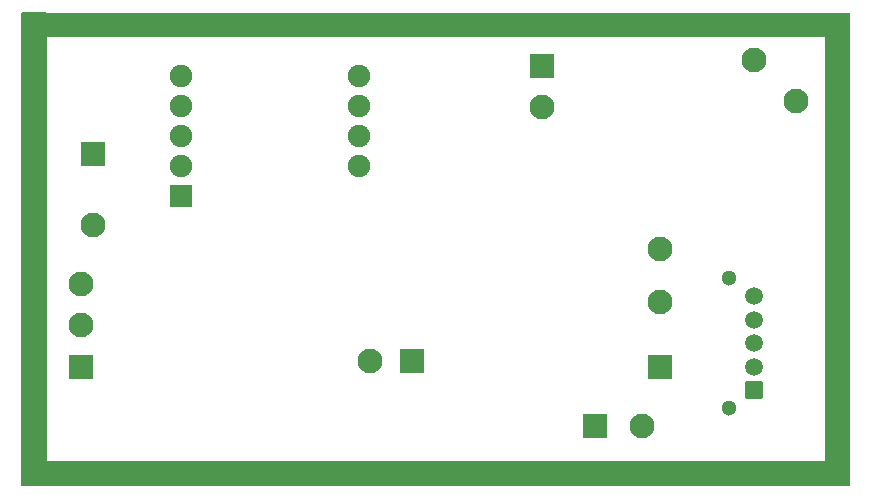
<source format=gbs>
%TF.GenerationSoftware,KiCad,Pcbnew,9.0.0-rc3-13-g9b184afb43*%
%TF.CreationDate,2025-02-16T14:58:27-08:00*%
%TF.ProjectId,Carrier_Board,43617272-6965-4725-9f42-6f6172642e6b,rev?*%
%TF.SameCoordinates,Original*%
%TF.FileFunction,Soldermask,Bot*%
%TF.FilePolarity,Negative*%
%FSLAX46Y46*%
G04 Gerber Fmt 4.6, Leading zero omitted, Abs format (unit mm)*
G04 Created by KiCad (PCBNEW 9.0.0-rc3-13-g9b184afb43) date 2025-02-16 14:58:27*
%MOMM*%
%LPD*%
G01*
G04 APERTURE LIST*
G04 Aperture macros list*
%AMRoundRect*
0 Rectangle with rounded corners*
0 $1 Rounding radius*
0 $2 $3 $4 $5 $6 $7 $8 $9 X,Y pos of 4 corners*
0 Add a 4 corners polygon primitive as box body*
4,1,4,$2,$3,$4,$5,$6,$7,$8,$9,$2,$3,0*
0 Add four circle primitives for the rounded corners*
1,1,$1+$1,$2,$3*
1,1,$1+$1,$4,$5*
1,1,$1+$1,$6,$7*
1,1,$1+$1,$8,$9*
0 Add four rect primitives between the rounded corners*
20,1,$1+$1,$2,$3,$4,$5,0*
20,1,$1+$1,$4,$5,$6,$7,0*
20,1,$1+$1,$6,$7,$8,$9,0*
20,1,$1+$1,$8,$9,$2,$3,0*%
G04 Aperture macros list end*
%ADD10C,0.100000*%
%ADD11C,0.200000*%
%ADD12RoundRect,0.050000X-0.900000X0.900000X-0.900000X-0.900000X0.900000X-0.900000X0.900000X0.900000X0*%
%ADD13C,1.900000*%
%ADD14C,2.100000*%
%ADD15RoundRect,0.050000X-1.000000X-1.000000X1.000000X-1.000000X1.000000X1.000000X-1.000000X1.000000X0*%
%ADD16RoundRect,0.050000X-1.000000X1.000000X-1.000000X-1.000000X1.000000X-1.000000X1.000000X1.000000X0*%
%ADD17C,1.300000*%
%ADD18RoundRect,0.050000X0.700000X-0.700000X0.700000X0.700000X-0.700000X0.700000X-0.700000X-0.700000X0*%
%ADD19C,1.500000*%
G04 APERTURE END LIST*
D10*
X115000000Y-118000000D02*
X185000000Y-118000000D01*
X185000000Y-120000000D01*
X115000000Y-120000000D01*
X115000000Y-118000000D01*
G36*
X115000000Y-118000000D02*
G01*
X185000000Y-118000000D01*
X185000000Y-120000000D01*
X115000000Y-120000000D01*
X115000000Y-118000000D01*
G37*
X183000000Y-80000000D02*
X185000000Y-80000000D01*
X185000000Y-120000000D01*
X183000000Y-120000000D01*
X183000000Y-80000000D01*
G36*
X183000000Y-80000000D02*
G01*
X185000000Y-80000000D01*
X185000000Y-120000000D01*
X183000000Y-120000000D01*
X183000000Y-80000000D01*
G37*
D11*
X117000000Y-120000000D02*
X115000000Y-120000000D01*
X115000000Y-80000000D01*
X117000000Y-80000000D01*
X117000000Y-120000000D01*
G36*
X117000000Y-120000000D02*
G01*
X115000000Y-120000000D01*
X115000000Y-80000000D01*
X117000000Y-80000000D01*
X117000000Y-120000000D01*
G37*
D10*
X115000000Y-80000000D02*
X185000000Y-80000000D01*
X185000000Y-82000000D01*
X115000000Y-82000000D01*
X115000000Y-80000000D01*
G36*
X115000000Y-80000000D02*
G01*
X185000000Y-80000000D01*
X185000000Y-82000000D01*
X115000000Y-82000000D01*
X115000000Y-80000000D01*
G37*
D12*
%TO.C,U1*%
X128500000Y-95540000D03*
D13*
X128500000Y-93000000D03*
X128500000Y-90460000D03*
X128500000Y-87920000D03*
X128500000Y-85380000D03*
X143500000Y-85380000D03*
X143500000Y-87920000D03*
X143500000Y-90460000D03*
X143500000Y-93000000D03*
%TD*%
D14*
%TO.C,TP6*%
X120000000Y-103000000D03*
%TD*%
%TO.C,TP4*%
X144500000Y-109500000D03*
%TD*%
D15*
%TO.C,TP2*%
X148000000Y-109500000D03*
%TD*%
%TO.C,TP16*%
X169000000Y-110000000D03*
%TD*%
D14*
%TO.C,TP11*%
X177000000Y-84000000D03*
%TD*%
D15*
%TO.C,TP3*%
X121000000Y-92000000D03*
%TD*%
D16*
%TO.C,TP9*%
X159000000Y-84500000D03*
%TD*%
D14*
%TO.C,TP7*%
X120000000Y-106500000D03*
%TD*%
%TO.C,TP8*%
X159000000Y-88000000D03*
%TD*%
%TO.C,TP10*%
X180500000Y-87500000D03*
%TD*%
%TO.C,TP1*%
X121000000Y-98000000D03*
%TD*%
%TO.C,TP12*%
X167500000Y-115000000D03*
%TD*%
D15*
%TO.C,TP13*%
X163500000Y-115000000D03*
%TD*%
D17*
%TO.C,J1*%
X174900000Y-113500000D03*
X174900000Y-102500000D03*
D18*
X177000000Y-112000000D03*
D19*
X177000000Y-110000000D03*
X177000000Y-108000000D03*
X177000000Y-106000000D03*
X177000000Y-104000000D03*
%TD*%
D14*
%TO.C,TP14*%
X169000000Y-100000000D03*
%TD*%
%TO.C,TP15*%
X169000000Y-104500000D03*
%TD*%
D15*
%TO.C,TP5*%
X120000000Y-110000000D03*
%TD*%
M02*

</source>
